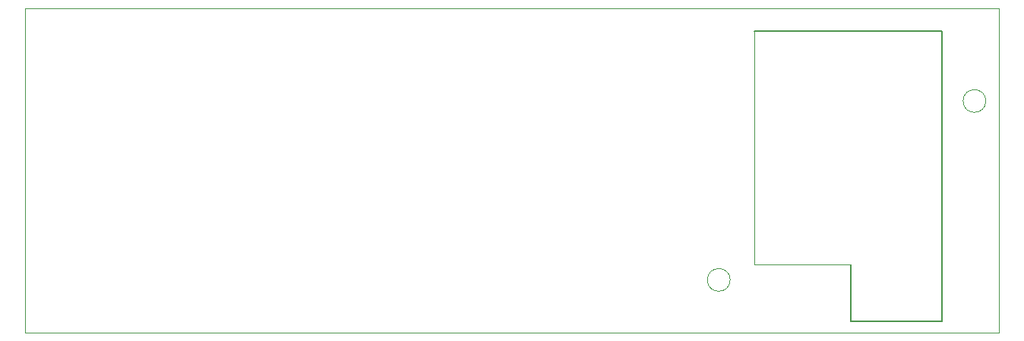
<source format=gbr>
%TF.GenerationSoftware,KiCad,Pcbnew,7.0.6-7.0.6~ubuntu22.04.1*%
%TF.CreationDate,2023-08-01T10:33:02-04:00*%
%TF.ProjectId,test-board,74657374-2d62-46f6-9172-642e6b696361,rev?*%
%TF.SameCoordinates,Original*%
%TF.FileFunction,Profile,NP*%
%FSLAX46Y46*%
G04 Gerber Fmt 4.6, Leading zero omitted, Abs format (unit mm)*
G04 Created by KiCad (PCBNEW 7.0.6-7.0.6~ubuntu22.04.1) date 2023-08-01 10:33:02*
%MOMM*%
%LPD*%
G01*
G04 APERTURE LIST*
%TA.AperFunction,Profile*%
%ADD10C,0.100000*%
%TD*%
%TA.AperFunction,Profile*%
%ADD11C,0.150000*%
%TD*%
G04 APERTURE END LIST*
D10*
X147320000Y-48895000D02*
X147320000Y-22860000D01*
X158115000Y-48895000D02*
X147320000Y-48895000D01*
D11*
X168275000Y-55245000D02*
X158115000Y-55245000D01*
X168275000Y-22860000D02*
X168275000Y-55245000D01*
X147320000Y-22860000D02*
X168275000Y-22860000D01*
X158115000Y-55245000D02*
X158115000Y-48895000D01*
D10*
X173151800Y-30657800D02*
G75*
G03*
X173151800Y-30657800I-1270000J0D01*
G01*
X144653000Y-50647600D02*
G75*
G03*
X144653000Y-50647600I-1270000J0D01*
G01*
X66040000Y-56515000D02*
X66040000Y-20320000D01*
X174625000Y-56515000D02*
X66040000Y-56515000D01*
X174625000Y-20320000D02*
X174625000Y-56515000D01*
X66040000Y-20320000D02*
X174625000Y-20320000D01*
M02*

</source>
